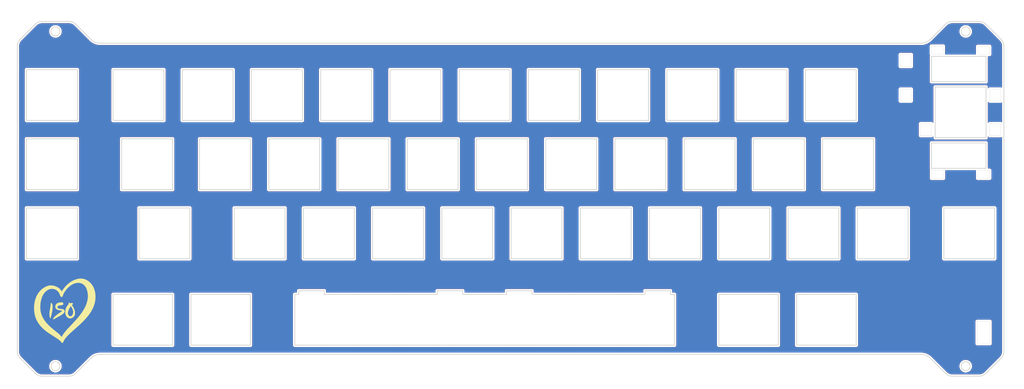
<source format=kicad_pcb>
(kicad_pcb (version 20240108) (generator "pcbnew") (generator_version "8.0")
  (layers (0 "F.Cu" signal) (31 "B.Cu" signal) (34 "B.Paste" user) (35 "F.Paste" user) (36 "B.SilkS" user "B.Silkscreen") (37 "F.SilkS" user "F.Silkscreen") (38 "B.Mask" user) (39 "F.Mask" user) (44 "Edge.Cuts" user))
  (net 0 "")
  (net 1 "GND")
  (footprint "LOGO" (layer "F.Cu") (at 25.4 91.28125)
    (property "Reference" "G***" (hide yes))
    (property "Value" "LOGO" (hide yes))
    (fp_poly (pts (xy -3.321998 -2.255565) (xy -3.214908 -2.148676) (xy -3.115311 -1.998655) (xy -3.041405 -1.828518) (xy -3.036879 -1.813828) (xy -3.004793 -1.64043) (xy -2.986181 -1.398) (xy -2.980689 -1.110211) (xy -2.987962 -0.800732) (xy -3.007648 -0.493235) (xy -3.039393 -0.211389) (xy -3.062939 -0.070295) (xy -3.104633 0.134326) (xy -3.158626 0.383656) (xy -3.220686 0.659778) (xy -3.286583 0.944776) (xy -3.352087 1.220734) (xy -3.412967 1.469737) (xy -3.464992 1.673867) (xy -3.503932 1.815208) (xy -3.519408 1.862823) (xy -3.564915 1.944035) (xy -3.599563 1.968266) (xy -3.64849 1.931192) (xy -3.692339 1.862823) (xy -3.798058 1.573219) (xy -3.858126 1.215608) (xy -3.872523 0.787098) (xy -3.841228 0.284801) (xy -3.76422 -0.294172) (xy -3.673237 -0.796679) (xy -3.623204 -1.076306) (xy -3.578394 -1.377132) (xy -3.544406 -1.658693) (xy -3.528981 -1.839391) (xy -3.513952 -2.051881) (xy -3.497479 -2.187192) (xy -3.475565 -2.261839) (xy -3.444213 -2.292333) (xy -3.418384 -2.29631)) (fill solid) (layer "F.SilkS"))
    (fp_poly (pts (xy -0.356906 -2.430597) (xy -0.236412 -2.402638) (xy -0.156511 -2.346936) (xy -0.099729 -2.258076) (xy -0.076334 -2.20401) (xy -0.02759 -2.012482) (xy -0.054278 -1.862282) (xy -0.159772 -1.750154) (xy -0.347444 -1.672844) (xy -0.620666 -1.627096) (xy -0.67952 -1.621937) (xy -1.026655 -1.582574) (xy -1.288703 -1.523133) (xy -1.472868 -1.439884) (xy -1.586354 -1.329101) (xy -1.636363 -1.187055) (xy -1.640221 -1.124723) (xy -1.618079 -0.981492) (xy -1.545838 -0.867014) (xy -1.414776 -0.777016) (xy -1.216169 -0.707222) (xy -0.941294 -0.65336) (xy -0.594756 -0.612404) (xy -0.278454 -0.569288) (xy -0.04263 -0.503294) (xy 0.124659 -0.407123) (xy 0.235359 -0.27348) (xy 0.301414 -0.095068) (xy 0.30895 -0.060324) (xy 0.305851 0.159047) (xy 0.213394 0.385646) (xy 0.034746 0.611746) (xy 0.032439 0.614075) (xy -0.13877 0.764835) (xy -0.371197 0.939139) (xy -0.641077 1.120998) (xy -0.924647 1.294422) (xy -1.198142 1.443422) (xy -1.20627 1.447512) (xy -1.355764 1.52562) (xy -1.5618 1.637495) (xy -1.799958 1.769681) (xy -2.045819 1.908724) (xy -2.109622 1.945275) (xy -2.326276 2.068047) (xy -2.515575 2.172087) (xy -2.662113 2.249176) (xy -2.75048 2.291095) (xy -2.767645 2.29631) (xy -2.823472 2.258854) (xy -2.842047 2.225173) (xy -2.842782 2.097077) (xy -2.766978 1.92997) (xy -2.620383 1.729717) (xy -2.408745 1.50218) (xy -2.137811 1.253222) (xy -1.81333 0.988707) (xy -1.44105 0.714498) (xy -1.198503 0.548672) (xy -0.957214 0.386116) (xy -0.74368 0.238427) (xy -0.569942 0.114248) (xy -0.448043 0.022224) (xy -0.390024 -0.029003) (xy -0.387077 -0.033786) (xy -0.407325 -0.075573) (xy -0.500099 -0.117838) (xy -0.671327 -0.162283) (xy -0.92694 -0.210611) (xy -1.101291 -0.238789) (xy -1.378194 -0.289353) (xy -1.587286 -0.348853) (xy -1.754475 -0.427428) (xy -1.90567 -0.53522) (xy -1.945483 -0.569218) (xy -2.11438 -0.747651) (xy -2.209946 -0.935274) (xy -2.2467 -1.164776) (xy -2.248417 -1.25127) (xy -2.206008 -1.568248) (xy -2.083435 -1.839734) (xy -1.883825 -2.063209) (xy -1.610307 -2.236157) (xy -1.266008 -2.356062) (xy -0.854059 -2.420407) (xy -0.789573 -2.424934) (xy -0.535468 -2.436225)) (fill solid) (layer "F.SilkS"))
    (fp_poly (pts (xy 1.611045 -2.318826) (xy 1.740821 -2.259462) (xy 1.753232 -2.25201) (xy 1.886059 -2.192711) (xy 1.969649 -2.204429) (xy 2.075086 -2.236219) (xy 2.229729 -2.247286) (xy 2.391434 -2.237892) (xy 2.51806 -2.208297) (xy 2.533709 -2.200934) (xy 2.608566 -2.127598) (xy 2.608137 -2.021927) (xy 2.531392 -1.875349) (xy 2.487283 -1.814078) (xy 2.352818 -1.636459) (xy 2.531161 -1.368875) (xy 2.792902 -0.942519) (xy 2.982716 -0.550937) (xy 3.106437 -0.176577) (xy 3.169899 0.19811) (xy 3.179317 0.580793) (xy 3.167832 0.810612) (xy 3.149776 0.973605) (xy 3.119516 1.096671) (xy 3.071421 1.206706) (xy 3.034377 1.273039) (xy 2.856157 1.514713) (xy 2.631988 1.725377) (xy 2.388613 1.882572) (xy 2.234097 1.945051) (xy 1.944758 2.003825) (xy 1.671194 1.994576) (xy 1.437309 1.939061) (xy 1.18908 1.816591) (xy 0.961605 1.615736) (xy 0.765791 1.351317) (xy 0.612543 1.038156) (xy 0.512767 0.691075) (xy 0.510569 0.679521) (xy 0.487449 0.440423) (xy 1.221758 0.440423) (xy 1.227241 0.557383) (xy 1.256798 0.700584) (xy 1.278374 0.785943) (xy 1.380371 1.066374) (xy 1.520859 1.26214) (xy 1.701237 1.374649) (xy 1.893687 1.405904) (xy 2.080351 1.381742) (xy 2.22789 1.299576) (xy 2.236293 1.292622) (xy 2.429407 1.072208) (xy 2.568003 0.792651) (xy 2.647109 0.474367) (xy 2.661756 0.137774) (xy 2.606971 -0.19671) (xy 2.60263 -0.211948) (xy 2.534653 -0.411897) (xy 2.445418 -0.626978) (xy 2.344328 -0.839512) (xy 2.240789 -1.031818) (xy 2.144202 -1.186216) (xy 2.063971 -1.285027) (xy 2.017443 -1.312177) (xy 1.970554 -1.273934) (xy 1.892059 -1.172023) (xy 1.794095 -1.02567) (xy 1.688799 -0.854099) (xy 1.588307 -0.676537) (xy 1.504756 -0.512207) (xy 1.484927 -0.468634) (xy 1.413196 -0.284431) (xy 1.338822 -0.060673) (xy 1.284455 0.129854) (xy 1.24071 0.310861) (xy 1.221758 0.440423) (xy 0.487449 0.440423) (xy 0.477547 0.33802) (xy 0.491781 -0.042795) (xy 0.549894 -0.423361) (xy 0.629218 -0.711224) (xy 0.743831 -0.979582) (xy 0.900741 -1.264392) (xy 1.079507 -1.53277) (xy 1.259691 -1.751828) (xy 1.303178 -1.795622) (xy 1.389714 -1.891919) (xy 1.423216 -1.984696) (xy 1.418901 -2.119293) (xy 1.417154 -2.135223) (xy 1.40699 -2.263623) (xy 1.421531 -2.324371) (xy 1.470661 -2.342366) (xy 1.499721 -2.343173)) (fill solid) (layer "F.SilkS"))
  )
  (footprint "LOGO" (layer "F.Cu") (at 25.745707 91.303474)
    (property "Reference" "G***" (hide yes))
    (property "Value" "LOGO" (hide yes))
    (fp_poly (pts (xy 4.450564 -9.002772) (xy 4.638 -8.995406) (xy 4.818266 -8.982115) (xy 4.980569 -8.963339) (xy 5.114112 -8.93952) (xy 5.12492 -8.937009) (xy 5.513874 -8.824013) (xy 5.883634 -8.674992) (xy 6.234103 -8.490015) (xy 6.565182 -8.269152) (xy 6.876776 -8.012472) (xy 7.168786 -7.720046) (xy 7.441116 -7.391943) (xy 7.611751 -7.153327) (xy 7.673682 -7.0544) (xy 7.745883 -6.927682) (xy 7.823211 -6.783199) (xy 7.900521 -6.630977) (xy 7.97267 -6.481041) (xy 8.034516 -6.343417) (xy 8.064783 -6.270303) (xy 8.206147 -5.862967) (xy 8.317846 -5.431819) (xy 8.399516 -4.981488) (xy 8.450792 -4.516604) (xy 8.471313 -4.041797) (xy 8.460714 -3.561696) (xy 8.418631 -3.080932) (xy 8.350298 -2.633922) (xy 8.26622 -2.252774) (xy 8.153521 -1.855433) (xy 8.015491 -1.451185) (xy 7.855421 -1.04932) (xy 7.676598 -0.659125) (xy 7.590998 -0.490032) (xy 7.378333 -0.103026) (xy 7.146456 0.279475) (xy 6.893151 0.660309) (xy 6.6162 1.042311) (xy 6.313388 1.428319) (xy 5.982498 1.821169) (xy 5.621314 2.223697) (xy 5.22762 2.63874) (xy 4.84615 3.022872) (xy 4.712134 3.154734) (xy 4.583469 3.280211) (xy 4.457004 3.402208) (xy 4.329587 3.523631) (xy 4.198065 3.647386) (xy 4.059286 3.776379) (xy 3.910098 3.913518) (xy 3.747347 4.061706) (xy 3.567883 4.223852) (xy 3.368553 4.40286) (xy 3.146205 4.601638) (xy 2.897685 4.82309) (xy 2.776849 4.930582) (xy 2.476623 5.198168) (xy 2.205217 5.441478) (xy 1.960342 5.662684) (xy 1.739705 5.863961) (xy 1.541015 6.047482) (xy 1.361981 6.21542) (xy 1.200311 6.369948) (xy 1.053714 6.51324) (xy 0.919898 6.647469) (xy 0.796573 6.774808) (xy 0.681446 6.897431) (xy 0.572226 7.017511) (xy 0.548399 7.044213) (xy 0.332231 7.295846) (xy 0.146495 7.531391) (xy -0.012759 7.756786) (xy -0.149482 7.977975) (xy -0.267626 8.200898) (xy -0.36618 8.419518) (xy -0.411191 8.523682) (xy -0.447545 8.596761) (xy -0.479765 8.646324) (xy -0.512372 8.679938) (xy -0.529298 8.6925) (xy -0.584448 8.724485) (xy -0.632937 8.734956) (xy -0.69287 8.726122) (xy -0.72753 8.716689) (xy -0.75937 8.704047) (xy -0.793158 8.681887) (xy -0.833357 8.645725) (xy -0.884433 8.591078) (xy -0.950847 8.513462) (xy -1.037063 8.408394) (xy -1.048541 8.394236) (xy -1.133398 8.295934) (xy -1.231528 8.194938) (xy -1.345248 8.089522) (xy -1.476873 7.97796) (xy -1.628721 7.858526) (xy -1.803107 7.729496) (xy -2.002348 7.589143) (xy -2.228759 7.435742) (xy -2.484657 7.267567) (xy -2.772359 7.082893) (xy -3.011656 6.931733) (xy -3.367508 6.707045) (xy -3.68985 6.500947) (xy -3.980779 6.312035) (xy -4.242391 6.138902) (xy -4.476782 5.980143) (xy -4.686048 5.834353) (xy -4.872286 5.700127) (xy -5.037591 5.576059) (xy -5.063665 5.555951) (xy -5.520714 5.187112) (xy -5.938573 4.818298) (xy -6.318841 4.447539) (xy -6.663114 4.072865) (xy -6.972992 3.692307) (xy -7.250072 3.303895) (xy -7.495951 2.905661) (xy -7.712228 2.495634) (xy -7.9005 2.071845) (xy -7.910506 2.047021) (xy -8.052898 1.665738) (xy -8.170172 1.292168) (xy -8.264073 0.917892) (xy -8.336344 0.534488) (xy -8.38873 0.133534) (xy -8.422977 -0.29339) (xy -8.431829 -0.469614) (xy -8.439128 -1.02331) (xy -8.436764 -1.073959) (xy -6.717524 -1.073959) (xy -6.702079 -0.622484) (xy -6.65528 -0.18108) (xy -6.576431 0.251478) (xy -6.464835 0.676414) (xy -6.319797 1.094954) (xy -6.140619 1.508321) (xy -5.926606 1.917742) (xy -5.677062 2.32444) (xy -5.391289 2.72964) (xy -5.068593 3.134567) (xy -4.708276 3.540446) (xy -4.309642 3.948502) (xy -3.871996 4.35996) (xy -3.39464 4.776043) (xy -3.389389 4.780463) (xy -3.314595 4.842763) (xy -3.213312 4.926194) (xy -3.090929 5.026364) (xy -2.952836 5.138883) (xy -2.804422 5.25936) (xy -2.651076 5.383403) (xy -2.498189 5.506623) (xy -2.490997 5.512407) (xy -2.341039 5.633259) (xy -2.192754 5.753244) (xy -2.051083 5.868331) (xy -1.920963 5.97449) (xy -1.807336 6.067689) (xy -1.715141 6.143897) (xy -1.649318 6.199083) (xy -1.643649 6.20391) (xy -1.503309 6.327941) (xy -1.364616 6.458347) (xy -1.233235 6.589242) (xy -1.114833 6.714742) (xy -1.015075 6.828964) (xy -0.939628 6.926022) (xy -0.91881 6.956712) (xy -0.875419 7.021184) (xy -0.839661 7.068712) (xy -0.817397 7.091707) (xy -0.813877 7.092556) (xy -0.799517 7.069429) (xy -0.788171 7.035012) (xy -0.763691 6.964339) (xy -0.72057 6.867553) (xy -0.662864 6.752483) (xy -0.594631 6.626963) (xy -0.519931 6.498822) (xy -0.461929 6.405436) (xy -0.314051 6.186652) (xy -0.136578 5.945617) (xy 0.068005 5.685347) (xy 0.297213 5.408858) (xy 0.548559 5.119167) (xy 0.819557 4.819287) (xy 1.039574 4.583843) (xy 1.330649 4.27644) (xy 1.595715 3.995896) (xy 1.837111 3.739674) (xy 2.057173 3.505237) (xy 2.258238 3.290049) (xy 2.442643 3.091572) (xy 2.612727 2.90727) (xy 2.770826 2.734605) (xy 2.919277 2.571042) (xy 3.060418 2.414043) (xy 3.196586 2.261071) (xy 3.330118 2.109589) (xy 3.463352 1.957062) (xy 3.523116 1.888233) (xy 3.690835 1.690133) (xy 3.873416 1.466317) (xy 4.064023 1.225662) (xy 4.25582 0.977045) (xy 4.441968 0.729344) (xy 4.615633 0.491435) (xy 4.769977 0.272196) (xy 4.788617 0.245016) (xy 4.981131 -0.047997) (xy 5.17112 -0.358765) (xy 5.354038 -0.678881) (xy 5.525342 -0.999938) (xy 5.680488 -1.313527) (xy 5.814931 -1.611244) (xy 5.887327 -1.787818) (xy 6.063934 -2.288401) (xy 6.200349 -2.78514) (xy 6.296544 -3.277703) (xy 6.352494 -3.765758) (xy 6.368169 -4.248973) (xy 6.343544 -4.727014) (xy 6.278591 -5.199549) (xy 6.197107 -5.575237) (xy 6.089414 -5.937946) (xy 5.957598 -6.271629) (xy 5.802558 -6.575358) (xy 5.625192 -6.848206) (xy 5.4264 -7.089244) (xy 5.20708 -7.297544) (xy 4.96813 -7.47218) (xy 4.71045 -7.612222) (xy 4.434938 -7.716743) (xy 4.142492 -7.784815) (xy 4.043301 -7.799015) (xy 3.714799 -7.818632) (xy 3.382058 -7.798568) (xy 3.046548 -7.739579) (xy 2.709739 -7.642419) (xy 2.3731 -7.507843) (xy 2.038101 -7.336605) (xy 1.706211 -7.129461) (xy 1.378901 -6.887164) (xy 1.057639 -6.61047) (xy 0.743896 -6.300133) (xy 0.439141 -5.956909) (xy 0.426439 -5.94164) (xy 0.271353 -5.745827) (xy 0.12226 -5.540551) (xy -0.017456 -5.331523) (xy -0.14441 -5.124454) (xy -0.255217 -4.925056) (xy -0.346492 -4.739039) (xy -0.414852 -4.572116) (xy -0.448358 -4.465525) (xy -0.473095 -4.375666) (xy -0.498585 -4.290135) (xy -0.519989 -4.225051) (xy -0.523198 -4.216318) (xy -0.586835 -4.086881) (xy -0.664135 -3.994636) (xy -0.752254 -3.940202) (xy -0.84835 -3.924194) (xy -0.949581 -3.94723) (xy -1.053105 -4.009928) (xy -1.131365 -4.08426) (xy -1.178313 -4.144978) (xy -1.227136 -4.222154) (xy -1.271892 -4.304522) (xy -1.306638 -4.380818) (xy -1.325431 -4.439778) (xy -1.327154 -4.455397) (xy -1.335527 -4.502599) (xy -1.358169 -4.577181) (xy -1.391409 -4.669839) (xy -1.431577 -4.771269) (xy -1.475001 -4.872167) (xy -1.518011 -4.963229) (xy -1.553871 -5.030002) (xy -1.721488 -5.277215) (xy -1.916953 -5.499075) (xy -2.136428 -5.692219) (xy -2.376074 -5.853286) (xy -2.632054 -5.978912) (xy -2.641225 -5.982611) (xy -2.940034 -6.081931) (xy -3.238312 -6.140684) (xy -3.53502 -6.158906) (xy -3.829116 -6.136635) (xy -4.11956 -6.073907) (xy -4.40531 -5.970759) (xy -4.522588 -5.915936) (xy -4.804141 -5.753204) (xy -5.073196 -5.553432) (xy -5.327533 -5.319098) (xy -5.564931 -5.052683) (xy -5.783171 -4.756668) (xy -5.980032 -4.433532) (xy -6.145578 -4.102913) (xy -6.308197 -3.698939) (xy -6.444336 -3.265853) (xy -6.553551 -2.806002) (xy -6.635398 -2.321731) (xy -6.689436 -1.815387) (xy -6.71522 -1.289317) (xy -6.717524 -1.073959) (xy -8.436764 -1.073959) (xy -8.413801 -1.565876) (xy -8.356406 -2.095008) (xy -8.267501 -2.608401) (xy -8.147642 -3.103748) (xy -7.997389 -3.578746) (xy -7.817299 -4.03109) (xy -7.607929 -4.458473) (xy -7.369861 -4.858555) (xy -7.106372 -5.228391) (xy -6.817599 -5.572087) (xy -6.50601 -5.887821) (xy -6.174076 -6.173768) (xy -5.824264 -6.428104) (xy -5.459042 -6.649004) (xy -5.08088 -6.834646) (xy -4.692246 -6.983204) (xy -4.369453 -7.075592) (xy -4.21884 -7.102216) (xy -4.038553 -7.117634) (xy -3.838137 -7.122021) (xy -3.627136 -7.115552) (xy -3.415095 -7.098402) (xy -3.211558 -7.070746) (xy -3.113746 -7.052579) (xy -2.856244 -6.98716) (xy -2.584593 -6.895493) (xy -2.310846 -6.782655) (xy -2.047052 -6.653721) (xy -1.805262 -6.513768) (xy -1.750955 -6.478512) (xy -1.604936 -6.372832) (xy -1.456662 -6.250021) (xy -1.311984 -6.116183) (xy -1.176751 -5.977424) (xy -1.056813 -5.83985) (xy -0.95802 -5.709567) (xy -0.886222 -5.59268) (xy -0.869769 -5.558802) (xy -0.844165 -5.50749) (xy -0.823532 -5.47635) (xy -0.817379 -5.472025) (xy -0.800514 -5.488315) (xy -0.772762 -5.52978) (xy -0.755976 -5.558802) (xy -0.713222 -5.630739) (xy -0.651153 -5.727764) (xy -0.574988 -5.842317) (xy -0.489943 -5.966839) (xy -0.401237 -6.093772) (xy -0.314086 -6.215555) (xy -0.233709 -6.324632) (xy -0.171033 -6.406245) (xy 0.164638 -6.804757) (xy 0.51828 -7.174753) (xy 0.887823 -7.514938) (xy 1.271197 -7.824017) (xy 1.666332 -8.100696) (xy 2.071157 -8.343681) (xy 2.483601 -8.551678) (xy 2.901595 -8.723391) (xy 3.323068 -8.857526) (xy 3.74595 -8.952788) (xy 3.953189 -8.984903) (xy 4.097363 -8.997962) (xy 4.266753 -9.003771)) (fill solid) (layer "F.SilkS"))
  )
  (gr_line (start 229.5375 24.75) (end 229.5375 38.75) (stroke (width 0.2)) (layer "Edge.Cuts"))
  (gr_line (start 162.575 62.85) (end 148.575 62.85) (stroke (width 0.2)) (layer "Edge.Cuts"))
  (gr_rect (start 276.812167 94.129669) (end 280.351875 100.223673) (stroke (width 0.05)) (fill none) (layer "Edge.Cuts"))
  (gr_line (start 81.9 57.8) (end 95.9 57.8) (stroke (width 0.2)) (layer "Edge.Cuts"))
  (gr_line (start 243.825 76.85) (end 257.825 76.85) (stroke (width 0.2)) (layer "Edge.Cuts"))
  (gr_line (start 215.25 57.8) (end 229.25 57.8) (stroke (width 0.2)) (layer "Edge.Cuts"))
  (gr_line (start 29.225 76.85) (end 15.225 76.85) (stroke (width 0.2)) (layer "Edge.Cuts"))
  (gr_line (start 29.225 62.85) (end 15.225 62.85) (stroke (width 0.2)) (layer "Edge.Cuts"))
  (gr_line (start 208.10625 100.6625) (end 219.725 100.6625) (stroke (width 0.2)) (layer "Edge.Cuts"))
  (gr_line (start 29.225 43.8) (end 15.225 43.8) (stroke (width 0.2)) (layer "Edge.Cuts"))
  (gr_line (start 179.53125 86.6625) (end 164.95625 86.6625) (stroke (width 0.2)) (layer "Edge.Cuts"))
  (gr_line (start 284.1625 102.37237) (end 284.1625 18.277628) (stroke (width 0.2)) (layer "Edge.Cuts"))
  (gr_line (start 205.725 86.6625) (end 205.725 100.6625) (stroke (width 0.2)) (layer "Edge.Cuts"))
  (gr_line (start 128.2625 85.6625) (end 128.2625 86.6625) (stroke (width 0.2)) (layer "Edge.Cuts"))
  (gr_line (start 60.18125 62.85) (end 46.18125 62.85) (stroke (width 0.2)) (layer "Edge.Cuts"))
  (gr_line (start 105.7125 100.6625) (end 117.61875 100.6625) (stroke (width 0.2)) (layer "Edge.Cuts"))
  (gr_line (start 172.3875 38.75) (end 186.3875 38.75) (stroke (width 0.2)) (layer "Edge.Cuts"))
  (gr_line (start 205.725 76.85) (end 219.725 76.85) (stroke (width 0.2)) (layer "Edge.Cuts"))
  (gr_line (start 55.41875 100.6625) (end 55.41875 86.6625) (stroke (width 0.2)) (layer "Edge.Cuts"))
  (gr_line (start 154.3125 85.6625) (end 147.3125 85.6625) (stroke (width 0.2)) (layer "Edge.Cuts"))
  (gr_line (start 76.85 57.8) (end 76.85 43.8) (stroke (width 0.2)) (layer "Edge.Cuts"))
  (gr_line (start 90.1625 85.6625) (end 90.1625 86.6625) (stroke (width 0.2)) (layer "Edge.Cuts"))
  (gr_line (start 39.0375 24.75) (end 39.0375 38.75) (stroke (width 0.2)) (layer "Edge.Cuts"))
  (gr_line (start 257.825 62.85) (end 243.825 62.85) (stroke (width 0.2)) (layer "Edge.Cuts"))
  (gr_line (start 147.3125 86.6625) (end 135.2625 86.6625) (stroke (width 0.2)) (layer "Edge.Cuts"))
  (gr_line (start 60.46875 100.6625) (end 62.85 100.6625) (stroke (width 0.2)) (layer "Edge.Cuts"))
  (gr_line (start 81.9 43.8) (end 81.9 57.8) (stroke (width 0.2)) (layer "Edge.Cuts"))
  (gr_line (start 153.05 57.8) (end 153.05 43.8) (stroke (width 0.2)) (layer "Edge.Cuts"))
  (gr_circle (center 23.200128 106.4375) (end 24.450128 106.4375) (stroke (width 0.2)) (fill none) (layer "Edge.Cuts"))
  (gr_line (start 281.6375 62.85) (end 267.6375 62.85) (stroke (width 0.2)) (layer "Edge.Cuts"))
  (gr_line (start 147.3125 100.6625) (end 150.95625 100.6625) (stroke (width 0.2)) (layer "Edge.Cuts"))
  (gr_line (start 19.515128 11.4625) (end 26.884872 11.4625) (stroke (width 0.2)) (layer "Edge.Cuts"))
  (gr_line (start 148.575 62.85) (end 148.575 76.85) (stroke (width 0.2)) (layer "Edge.Cuts"))
  (gr_line (start 243.5375 38.75) (end 243.5375 24.75) (stroke (width 0.2)) (layer "Edge.Cuts"))
  (gr_arc (start 28.776383 108.404011) (mid 27.90855 108.983877) (end 26.884872 109.1875) (stroke (width 0.2)) (layer "Edge.Cuts"))
  (gr_line (start 205.725 100.6625) (end 208.10625 100.6625) (stroke (width 0.2)) (layer "Edge.Cuts"))
  (gr_line (start 162.8625 100.6625) (end 164.95625 100.6625) (stroke (width 0.2)) (layer "Edge.Cuts"))
  (gr_line (start 134 57.8) (end 134 43.8) (stroke (width 0.2)) (layer "Edge.Cuts"))
  (gr_line (start 86.375 76.85) (end 86.375 62.85) (stroke (width 0.2)) (layer "Edge.Cuts"))
  (gr_rect (start 276.968179 52.470966) (end 280.244319 54.685286) (stroke (width 0.05)) (fill none) (layer "Edge.Cuts"))
  (gr_line (start 77.1375 38.75) (end 91.1375 38.75) (stroke (width 0.2)) (layer "Edge.Cuts"))
  (gr_line (start 110.475 62.85) (end 110.475 76.85) (stroke (width 0.2)) (layer "Edge.Cuts"))
  (gr_line (start 100.95 43.8) (end 100.95 57.8) (stroke (width 0.2)) (layer "Edge.Cuts"))
  (gr_line (start 32.948624 104.232162) (end 32.948539 104.231855) (stroke (width 0.2)) (layer "Edge.Cuts"))
  (gr_line (start 243.5375 100.6625) (end 243.5375 86.6625) (stroke (width 0.2)) (layer "Edge.Cuts"))
  (gr_rect (start 255.670964 20.586929) (end 258.679034 23.863069) (stroke (width 0.05)) (fill none) (layer "Edge.Cuts"))
  (gr_line (start 241.15625 86.6625) (end 229.5375 86.6625) (stroke (width 0.2)) (layer "Edge.Cuts"))
  (gr_line (start 95.9 43.8) (end 81.9 43.8) (stroke (width 0.2)) (layer "Edge.Cuts"))
  (gr_line (start 279.25625 29.5125) (end 265.25625 29.5125) (stroke (width 0.2)) (layer "Edge.Cuts"))
  (gr_line (start 234.3 43.8) (end 234.3 57.8) (stroke (width 0.2)) (layer "Edge.Cuts"))
  (gr_line (start 124.475 62.85) (end 110.475 62.85) (stroke (width 0.2)) (layer "Edge.Cuts"))
  (gr_line (start 62.85 57.8) (end 76.85 57.8) (stroke (width 0.2)) (layer "Edge.Cuts"))
  (gr_line (start 39.0375 100.6625) (end 41.41875 100.6625) (stroke (width 0.2)) (layer "Edge.Cuts"))
  (gr_rect (start 276.96818 18.335679) (end 280.24432 20.549999) (stroke (width 0.05)) (fill none) (layer "Edge.Cuts"))
  (gr_arc (start 17.623617 12.245989) (mid 18.49145 11.666122) (end 19.515128 11.4625) (stroke (width 0.2)) (layer "Edge.Cuts"))
  (gr_line (start 219.725 76.85) (end 219.725 62.85) (stroke (width 0.2)) (layer "Edge.Cuts"))
  (gr_line (start 205.4375 38.75) (end 205.4375 24.75) (stroke (width 0.2)) (layer "Edge.Cuts"))
  (gr_line (start 91.1375 38.75) (end 91.1375 24.75) (stroke (width 0.2)) (layer "Edge.Cuts"))
  (gr_line (start 15.225 38.75) (end 29.225 38.75) (stroke (width 0.2)) (layer "Edge.Cuts"))
  (gr_line (start 119.7125 100.6625) (end 128.2625 100.6625) (stroke (width 0.2)) (layer "Edge.Cuts"))
  (gr_line (start 72.375 62.85) (end 72.375 76.85) (stroke (width 0.2)) (layer "Edge.Cuts"))
  (gr_line (start 115.2375 38.75) (end 129.2375 38.75) (stroke (width 0.2)) (layer "Edge.Cuts"))
  (gr_line (start 248.3 57.8) (end 248.3 43.8) (stroke (width 0.2)) (layer "Edge.Cuts"))
  (gr_line (start 229.25 43.8) (end 215.25 43.8) (stroke (width 0.2)) (layer "Edge.Cuts"))
  (gr_line (start 164.95625 86.6625) (end 162.8625 86.6625) (stroke (width 0.2)) (layer "Edge.Cuts"))
  (gr_line (start 210.2 43.8) (end 196.2 43.8) (stroke (width 0.2)) (layer "Edge.Cuts"))
  (gr_line (start 229.5375 38.75) (end 243.5375 38.75) (stroke (width 0.2)) (layer "Edge.Cuts"))
  (gr_line (start 172.1 57.8) (end 172.1 43.8) (stroke (width 0.2)) (layer "Edge.Cuts"))
  (gr_line (start 243.5375 86.6625) (end 241.15625 86.6625) (stroke (width 0.2)) (layer "Edge.Cuts"))
  (gr_line (start 185.4125 100.6625) (end 192.4125 100.6625) (stroke (width 0.2)) (layer "Edge.Cuts"))
  (gr_line (start 72.0875 24.75) (end 58.0875 24.75) (stroke (width 0.2)) (layer "Edge.Cuts"))
  (gr_line (start 264.25625 28.0745) (end 279.25625 28.0745) (stroke (width 0.2)) (layer "Edge.Cuts"))
  (gr_line (start 264.25625 44.9505) (end 264.25625 51.9505) (stroke (width 0.2)) (layer "Edge.Cuts"))
  (gr_line (start 243.5375 24.75) (end 229.5375 24.75) (stroke (width 0.2)) (layer "Edge.Cuts"))
  (gr_line (start 200.675 62.85) (end 186.675 62.85) (stroke (width 0.2)) (layer "Edge.Cuts"))
  (gr_line (start 268.086116 108.40401) (end 263.945989 104.263883) (stroke (width 0.2)) (layer "Edge.Cuts"))
  (gr_line (start 53.0375 38.75) (end 53.0375 24.75) (stroke (width 0.2)) (layer "Edge.Cuts"))
  (gr_line (start 191.15 57.8) (end 191.15 43.8) (stroke (width 0.2)) (layer "Edge.Cuts"))
  (gr_line (start 135.2625 85.6625) (end 135.2625 86.6625) (stroke (width 0.2)) (layer "Edge.Cuts"))
  (gr_line (start 100.95 57.8) (end 114.95 57.8) (stroke (width 0.2)) (layer "Edge.Cuts"))
  (gr_line (start 29.225 57.8) (end 29.225 43.8) (stroke (width 0.2)) (layer "Edge.Cuts"))
  (gr_line (start 86.375 62.85) (end 72.375 62.85) (stroke (width 0.2)) (layer "Edge.Cuts"))
  (gr_line (start 35.515127 103.1875) (end 261.34737 103.1875) (stroke (width 0.2)) (layer "Edge.Cuts"))
  (gr_circle (center 23.199872 14.2125) (end 24.449872 14.2125) (stroke (width 0.2)) (fill none) (layer "Edge.Cuts"))
  (gr_line (start 17.623616 108.40401) (end 13.483489 104.263883) (stroke (width 0.2)) (layer "Edge.Cuts"))
  (gr_line (start 29.225 24.75) (end 15.225 24.75) (stroke (width 0.2)) (layer "Edge.Cuts"))
  (gr_line (start 53.0375 86.6625) (end 41.41875 86.6625) (stroke (width 0.2)) (layer "Edge.Cuts"))
  (gr_line (start 191.15 43.8) (end 177.15 43.8) (stroke (width 0.2)) (layer "Edge.Cuts"))
  (gr_line (start 265.25625 43.5125) (end 279.25625 43.5125) (stroke (width 0.2)) (layer "Edge.Cuts"))
  (gr_line (start 15.225 43.8) (end 15.225 57.8) (stroke (width 0.2)) (layer "Edge.Cuts"))
  (gr_line (start 238.775 76.85) (end 238.775 62.85) (stroke (width 0.2)) (layer "Edge.Cuts"))
  (gr_line (start 191.4375 38.75) (end 205.4375 38.75) (stroke (width 0.2)) (layer "Edge.Cuts"))
  (gr_line (start 13.48349 16.386116) (end 17.623617 12.245989) (stroke (width 0.2)) (layer "Edge.Cuts"))
  (gr_line (start 229.5375 100.6625) (end 241.15625 100.6625) (stroke (width 0.2)) (layer "Edge.Cuts"))
  (gr_rect (start 255.670964 30.111929) (end 258.679034 33.388069) (stroke (width 0.05)) (fill none) (layer "Edge.Cuts"))
  (gr_line (start 119.7125 86.6625) (end 117.61875 86.6625) (stroke (width 0.2)) (layer "Edge.Cuts"))
  (gr_line (start 129.525 76.85) (end 143.525 76.85) (stroke (width 0.2)) (layer "Edge.Cuts"))
  (gr_line (start 134.2875 38.75) (end 148.2875 38.75) (stroke (width 0.2)) (layer "Edge.Cuts"))
  (gr_line (start 172.3875 24.75) (end 172.3875 38.75) (stroke (width 0.2)) (layer "Edge.Cuts"))
  (gr_line (start 117.61875 100.6625) (end 119.7125 100.6625) (stroke (width 0.2)) (layer "Edge.Cuts"))
  (gr_line (start 26.884872 109.1875) (end 19.515128 109.1875) (stroke (width 0.2)) (layer "Edge.Cuts"))
  (gr_line (start 129.525 62.85) (end 129.525 76.85) (stroke (width 0.2)) (layer "Edge.Cuts"))
  (gr_line (start 76.85 100.6625) (end 76.85 86.6625) (stroke (width 0.2)) (layer "Edge.Cuts"))
  (gr_line (start 41.41875 57.8) (end 55.41875 57.8) (stroke (width 0.2)) (layer "Edge.Cuts"))
  (gr_line (start 167.625 76.85) (end 181.625 76.85) (stroke (width 0.2)) (layer "Edge.Cuts"))
  (gr_line (start 62.85 43.8) (end 62.85 57.8) (stroke (width 0.2)) (layer "Edge.Cuts"))
  (gr_line (start 193.53125 100.6625) (end 193.53125 86.6625) (stroke (width 0.2)) (layer "Edge.Cuts"))
  (gr_arc (start 35.51513 17.4625) (mid 34.108768 17.182757) (end 32.916511 16.386117) (stroke (width 0.2)) (layer "Edge.Cuts"))
  (gr_arc (start 283.378997 16.386103) (mid 283.958866 17.253944) (end 284.1625 18.277628) (stroke (width 0.2)) (layer "Edge.Cuts"))
  (gr_arc (start 12.7 18.277628) (mid 12.903622 17.253949) (end 13.48349 16.386116) (stroke (width 0.2)) (layer "Edge.Cuts"))
  (gr_line (start 153.05 43.8) (end 139.05 43.8) (stroke (width 0.2)) (layer "Edge.Cuts"))
  (gr_line (start 105.7125 86.6625) (end 97.1625 86.6625) (stroke (width 0.2)) (layer "Edge.Cuts"))
  (gr_line (start 185.4125 86.6625) (end 179.53125 86.6625) (stroke (width 0.2)) (layer "Edge.Cuts"))
  (gr_line (start 186.675 76.85) (end 200.675 76.85) (stroke (width 0.2)) (layer "Edge.Cuts"))
  (gr_line (start 177.15 57.8) (end 191.15 57.8) (stroke (width 0.2)) (layer "Edge.Cuts"))
  (gr_line (start 90.1625 100.6625) (end 97.1625 100.6625) (stroke (width 0.2)) (layer "Edge.Cuts"))
  (gr_line (start 110.1875 38.75) (end 110.1875 24.75) (stroke (width 0.2)) (layer "Edge.Cuts"))
  (gr_line (start 91.425 76.85) (end 105.425 76.85) (stroke (width 0.2)) (layer "Edge.Cuts"))
  (gr_line (start 193.53125 86.6625) (end 192.4125 86.6625) (stroke (width 0.2)) (layer "Edge.Cuts"))
  (gr_line (start 110.1875 24.75) (end 96.1875 24.75) (stroke (width 0.2)) (layer "Edge.Cuts"))
  (gr_line (start 60.18125 76.85) (end 60.18125 62.85) (stroke (width 0.2)) (layer "Edge.Cuts"))
  (gr_line (start 283.379007 104.263887) (end 279.238882 108.404012) (stroke (width 0.2)) (layer "Edge.Cuts"))
  (gr_line (start 219.725 86.6625) (end 208.10625 86.6625) (stroke (width 0.2)) (layer "Edge.Cuts"))
  (gr_line (start 279.25625 21.0745) (end 264.25625 21.0745) (stroke (width 0.2)) (layer "Edge.Cuts"))
  (gr_line (start 269.977628 11.4625) (end 277.34737 11.4625) (stroke (width 0.2)) (layer "Edge.Cuts"))
  (gr_line (start 243.825 62.85) (end 243.825 76.85) (stroke (width 0.2)) (layer "Edge.Cuts"))
  (gr_arc (start 19.515128 109.1875) (mid 18.491449 108.983878) (end 17.623616 108.40401) (stroke (width 0.2)) (layer "Edge.Cuts"))
  (gr_rect (start 280.277216 30.111931) (end 283.285286 33.388071) (stroke (width 0.05)) (fill none) (layer "Edge.Cuts"))
  (gr_line (start 205.725 62.85) (end 205.725 76.85) (stroke (width 0.2)) (layer "Edge.Cuts"))
  (gr_line (start 279.25625 28.0745) (end 279.25625 21.0745) (stroke (width 0.2)) (layer "Edge.Cuts"))
  (gr_line (start 76.85 43.8) (end 62.85 43.8) (stroke (width 0.2)) (layer "Edge.Cuts"))
  (gr_line (start 46.18125 76.85) (end 60.18125 76.85) (stroke (width 0.2)) (layer "Edge.Cuts"))
  (gr_rect (start 280.277216 39.636931) (end 283.285286 42.913071) (stroke (width 0.05)) (fill none) (layer "Edge.Cuts"))
  (gr_line (start 229.25 57.8) (end 229.25 43.8) (stroke (width 0.2)) (layer "Edge.Cuts"))
  (gr_line (start 224.775 76.85) (end 238.775 76.85) (stroke (width 0.2)) (layer "Edge.Cuts"))
  (gr_line (start 154.3125 86.6625) (end 154.3125 85.6625) (stroke (width 0.2)) (layer "Edge.Cuts"))
  (gr_line (start 41.41875 43.8) (end 41.41875 57.8) (stroke (width 0.2)) (layer "Edge.Cuts"))
  (gr_line (start 55.41875 43.8) (end 41.41875 43.8) (stroke (width 0.2)) (layer "Edge.Cuts"))
  (gr_line (start 41.41875 86.6625) (end 39.0375 86.6625) (stroke (width 0.2)) (layer "Edge.Cuts"))
  (gr_line (start 129.2375 38.75) (end 129.2375 24.75) (stroke (width 0.2)) (layer "Edge.Cuts"))
  (gr_line (start 58.0875 24.75) (end 58.0875 38.75) (stroke (width 0.2)) (layer "Edge.Cuts"))
  (gr_line (start 264.25625 51.9505) (end 279.25625 51.9505) (stroke (width 0.2)) (layer "Edge.Cuts"))
  (gr_line (start 248.3 43.8) (end 234.3 43.8) (stroke (width 0.2)) (layer "Edge.Cuts"))
  (gr_line (start 128.2625 100.6625) (end 131.61875 100.6625) (stroke (width 0.2)) (layer "Edge.Cuts"))
  (gr_line (start 181.625 62.85) (end 167.625 62.85) (stroke (width 0.2)) (layer "Edge.Cuts"))
  (gr_line (start 257.825 76.85) (end 257.825 62.85) (stroke (width 0.2)) (layer "Edge.Cuts"))
  (gr_line (start 186.3875 38.75) (end 186.3875 24.75) (stroke (width 0.2)) (layer "Edge.Cuts"))
  (gr_line (start 229.5375 86.6625) (end 227.15625 86.6625) (stroke (width 0.2)) (layer "Edge.Cuts"))
  (gr_line (start 148.2875 38.75) (end 148.2875 24.75) (stroke (width 0.2)) (layer "Edge.Cuts"))
  (gr_line (start 53.0375 100.6625) (end 55.41875 100.6625) (stroke (width 0.2)) (layer "Edge.Cuts"))
  (gr_line (start 192.4125 86.6625) (end 192.4125 85.6625) (stroke (width 0.2)) (layer "Edge.Cuts"))
  (gr_line (start 238.775 62.85) (end 224.775 62.85) (stroke (width 0.2)) (layer "Edge.Cuts"))
  (gr_line (start 210.4875 24.75) (end 210.4875 38.75) (stroke (width 0.2)) (layer "Edge.Cuts"))
  (gr_line (start 279.25625 43.5125) (end 279.25625 29.5125) (stroke (width 0.2)) (layer "Edge.Cuts"))
  (gr_line (start 124.475 76.85) (end 124.475 62.85) (stroke (width 0.2)) (layer "Edge.Cuts"))
  (gr_line (start 60.46875 86.6625) (end 60.46875 100.6625) (stroke (width 0.2)) (layer "Edge.Cuts"))
  (gr_line (start 128.2625 86.6625) (end 119.7125 86.6625) (stroke (width 0.2)) (layer "Edge.Cuts"))
  (gr_line (start 222.10625 100.6625) (end 222.10625 86.6625) (stroke (width 0.2)) (layer "Edge.Cuts"))
  (gr_line (start 196.2 57.8) (end 210.2 57.8) (stroke (width 0.2)) (layer "Edge.Cuts"))
  (gr_line (start 219.725 100.6625) (end 222.10625 100.6625) (stroke (width 0.2)) (layer "Edge.Cuts"))
  (gr_line (start 96.1875 38.75) (end 110.1875 38.75) (stroke (width 0.2)) (layer "Edge.Cuts"))
  (gr_line (start 97.1625 86.6625) (end 97.1625 85.6625) (stroke (width 0.2)) (layer "Edge.Cuts"))
  (gr_line (start 134 43.8) (end 120 43.8) (stroke (width 0.2)) (layer "Edge.Cuts"))
  (gr_line (start 39.0375 86.6625) (end 39.0375 100.6625) (stroke (width 0.2)) (layer "Edge.Cuts"))
  (gr_line (start 39.0375 38.75) (end 53.0375 38.75) (stroke (width 0.2)) (layer "Edge.Cuts"))
  (gr_line (start 105.425 62.85) (end 91.425 62.85) (stroke (width 0.2)) (layer "Edge.Cuts"))
  (gr_line (start 150.95625 100.6625) (end 154.3125 100.6625) (stroke (width 0.2)) (layer "Edge.Cuts"))
  (gr_circle (center 273.662372 14.2125) (end 274.912372 14.2125) (stroke (width 0.2)) (fill none) (layer "Edge.Cuts"))
  (gr_rect (start 261.227214 39.636929) (end 264.235284 42.913069) (stroke (width 0.05)) (fill none) (layer "Edge.Cuts"))
  (gr_line (start 76.85 86.6625) (end 74.46875 86.6625) (stroke (width 0.2)) (layer "Edge.Cuts"))
  (gr_line (start 114.95 43.8) (end 100.95 43.8) (stroke (width 0.2)) (layer "Edge.Cuts"))
  (gr_line (start 91.1375 24.75) (end 77.1375 24.75) (stroke (width 0.2)) (layer "Edge.Cuts"))
  (gr_line (start 279.25625 51.9505) (end 279.25625 44.9505) (stroke (width 0.2)) (layer "Edge.Cuts"))
  (gr_line (start 58.0875 38.75) (end 72.0875 38.75) (stroke (width 0.2)) (layer "Edge.Cuts"))
  (gr_line (start 281.6375 76.85) (end 281.6375 62.85) (stroke (width 0.2)) (layer "Edge.Cuts"))
  (gr_line (start 139.05 57.8) (end 153.05 57.8) (stroke (width 0.2)) (layer "Edge.Cuts"))
  (gr_line (start 135.2625 85.6625) (end 128.2625 85.6625) (stroke (width 0.2)) (layer "Edge.Cuts"))
  (gr_line (start 224.4875 24.75) (end 210.4875 24.75) (stroke (width 0.2)) (layer "Edge.Cuts"))
  (gr_line (start 53.0375 24.75) (end 39.0375 24.75) (stroke (width 0.2)) (layer "Edge.Cuts"))
  (gr_line (start 261.347372 17.4625) (end 35.51513 17.4625) (stroke (width 0.2)) (layer "Edge.Cuts"))
  (gr_line (start 279.238887 12.245993) (end 283.378997 16.386103) (stroke (width 0.2)) (layer "Edge.Cuts"))
  (gr_line (start 97.1625 85.6625) (end 90.1625 85.6625) (stroke (width 0.2)) (layer "Edge.Cuts"))
  (gr_line (start 267.6375 76.85) (end 281.6375 76.85) (stroke (width 0.2)) (layer "Edge.Cuts"))
  (gr_line (start 105.425 76.85) (end 105.425 62.85) (stroke (width 0.2)) (layer "Edge.Cuts"))
  (gr_arc (start 268.086117 12.245989) (mid 268.95395 11.666122) (end 269.977628 11.4625) (stroke (width 0.2)) (layer "Edge.Cuts"))
  (gr_line (start 96.1875 24.75) (end 96.1875 38.75) (stroke (width 0.2)) (layer "Edge.Cuts"))
  (gr_line (start 158.1 57.8) (end 172.1 57.8) (stroke (width 0.2)) (layer "Edge.Cuts"))
  (gr_line (start 265.25625 29.5125) (end 265.25625 43.5125) (stroke (width 0.2)) (layer "Edge.Cuts"))
  (gr_rect (start 264.21761 18.25625) (end 267.49375 20.47057) (stroke (width 0.05)) (fill none) (layer "Edge.Cuts"))
  (gr_line (start 167.3375 24.75) (end 153.3375 24.75) (stroke (width 0.2)) (layer "Edge.Cuts"))
  (gr_line (start 222.10625 86.6625) (end 219.725 86.6625) (stroke (width 0.2)) (layer "Edge.Cuts"))
  (gr_line (start 72.0875 38.75) (end 72.0875 24.75) (stroke (width 0.2)) (layer "Edge.Cuts"))
  (gr_line (start 215.25 43.8) (end 215.25 57.8) (stroke (width 0.2)) (layer "Edge.Cuts"))
  (gr_line (start 15.225 24.75) (end 15.225 38.75) (stroke (width 0.2)) (layer "Edge.Cuts"))
  (gr_line (start 219.725 62.85) (end 205.725 62.85) (stroke (width 0.2)) (layer "Edge.Cuts"))
  (gr_line (start 158.1 43.8) (end 158.1 57.8) (stroke (width 0.2)) (layer "Edge.Cuts"))
  (gr_line (start 46.18125 62.85) (end 46.18125 76.85) (stroke (width 0.2)) (layer "Edge.Cuts"))
  (gr_line (start 192.4125 100.6625) (end 193.53125 100.6625) (stroke (width 0.2)) (layer "Edge.Cuts"))
  (gr_line (start 139.05 43.8) (end 139.05 57.8) (stroke (width 0.2)) (layer "Edge.Cuts"))
  (gr_line (start 186.675 62.85) (end 186.675 76.85) (stroke (width 0.2)) (layer "Edge.Cuts"))
  (gr_line (start 200.675 76.85) (end 200.675 62.85) (stroke (width 0.2)) (layer "Edge.Cuts"))
  (gr_line (start 234.3 57.8) (end 248.3 57.8) (stroke (width 0.2)) (layer "Edge.Cuts"))
  (gr_line (start 185.4125 85.6625) (end 185.4125 86.6625) (stroke (width 0.2)) (layer "Edge.Cuts"))
  (gr_line (start 179.53125 100.6625) (end 185.4125 100.6625) (stroke (width 0.2)) (layer "Edge.Cuts"))
  (gr_line (start 191.4375 24.75) (end 191.4375 38.75) (stroke (width 0.2)) (layer "Edge.Cuts"))
  (gr_line (start 55.41875 86.6625) (end 53.0375 86.6625) (stroke (width 0.2)) (layer "Edge.Cuts"))
  (gr_line (start 210.2 57.8) (end 210.2 43.8) (stroke (width 0.2)) (layer "Edge.Cuts"))
  (gr_line (start 177.15 43.8) (end 177.15 57.8) (stroke (width 0.2)) (layer "Edge.Cuts"))
  (gr_line (start 181.625 76.85) (end 181.625 62.85) (stroke (width 0.2)) (layer "Edge.Cuts"))
  (gr_line (start 134.2875 24.75) (end 134.2875 38.75) (stroke (width 0.2)) (layer "Edge.Cuts"))
  (gr_arc (start 277.34737 11.4625) (mid 278.371052 11.666123) (end 279.238887 12.245993) (stroke (width 0.2)) (layer "Edge.Cuts"))
  (gr_line (start 90.1625 86.6625) (end 89.04375 86.6625) (stroke (width 0.2)) (layer "Edge.Cuts"))
  (gr_line (start 12.7 102.372372) (end 12.7 18.277628) (stroke (width 0.2)) (layer "Edge.Cuts"))
  (gr_line (start 267.6375 62.85) (end 267.6375 76.85) (stroke (width 0.2)) (layer "Edge.Cuts"))
  (gr_line (start 167.3375 38.75) (end 167.3375 24.75) (stroke (width 0.2)) (layer "Edge.Cuts"))
  (gr_line (start 147.3125 86.6625) (end 147.3125 85.6625) (stroke (width 0.2)) (layer "Edge.Cuts"))
  (gr_line (start 227.15625 100.6625) (end 229.5375 100.6625) (stroke (width 0.2)) (layer "Edge.Cuts"))
  (gr_arc (start 26.884872 11.4625) (mid 27.908551 11.666122) (end 28.776384 12.24599) (stroke (width 0.2)) (layer "Edge.Cuts"))
  (gr_line (start 62.85 100.6625) (end 74.46875 100.6625) (stroke (width 0.2)) (layer "Edge.Cuts"))
  (gr_line (start 114.95 57.8) (end 114.95 43.8) (stroke (width 0.2)) (layer "Edge.Cuts"))
  (gr_line (start 224.4875 38.75) (end 224.4875 24.75) (stroke (width 0.2)) (layer "Edge.Cuts"))
  (gr_line (start 91.425 62.85) (end 91.425 76.85) (stroke (width 0.2)) (layer "Edge.Cuts"))
  (gr_line (start 224.775 62.85) (end 224.775 76.85) (stroke (width 0.2)) (layer "Edge.Cuts"))
  (gr_line (start 162.8625 86.6625) (end 154.3125 86.6625) (stroke (width 0.2)) (layer "Edge.Cuts"))
  (gr_line (start 120 43.8) (end 120 57.8) (stroke (width 0.2)) (layer "Edge.Cuts"))
  (gr_line (start 172.1 43.8) (end 158.1 43.8) (stroke (width 0.2)) (layer "Edge.Cuts"))
  (gr_line (start 74.46875 100.6625) (end 76.85 100.6625) (stroke (width 0.2)) (layer "Edge.Cuts"))
  (gr_arc (start 263.945988 16.386118) (mid 262.753733 17.182758) (end 261.347372 17.4625) (stroke (width 0.2)) (layer "Edge.Cuts"))
  (gr_line (start 131.61875 100.6625) (end 147.3125 100.6625) (stroke (width 0.2)) (layer "Edge.Cuts"))
  (gr_line (start 29.225 76.85) (end 29.225 62.85) (stroke (width 0.2)) (layer "Edge.Cuts"))
  (gr_line (start 117.61875 86.6625) (end 105.7125 86.6625) (stroke (width 0.2)) (layer "Edge.Cuts"))
  (gr_line (start 55.41875 57.8) (end 55.41875 43.8) (stroke (width 0.2)) (layer "Edge.Cuts"))
  (gr_line (start 210.4875 38.75) (end 224.4875 38.75) (stroke (width 0.2)) (layer "Edge.Cuts"))
  (gr_line (start 164.95625 100.6625) (end 179.53125 100.6625) (stroke (width 0.2)) (layer "Edge.Cuts"))
  (gr_line (start 186.3875 24.75) (end 172.3875 24.75) (stroke (width 0.2)) (layer "Edge.Cuts"))
  (gr_line (start 97.1625 100.6625) (end 105.7125 100.6625) (stroke (width 0.2)) (layer "Edge.Cuts"))
  (gr_line (start 143.525 76.85) (end 143.525 62.85) (stroke (width 0.2)) (layer "Edge.Cuts"))
  (gr_line (start 154.3125 100.6625) (end 162.8625 100.6625) (stroke (width 0.2)) (layer "Edge.Cuts"))
  (gr_rect (start 264.268179 52.470966) (end 267.544319 54.685286) (stroke (width 0.05)) (fill none) (layer "Edge.Cuts"))
  (gr_arc (start 279.238882 108.404012) (mid 278.371053 108.983876) (end 277.34738 109.1875) (stroke (width 0.2)) (layer "Edge.Cuts"))
  (gr_arc (start 269.977628 109.1875) (mid 268.953949 108.983878) (end 268.086116 108.40401) (stroke (width 0.2)) (layer "Edge.Cuts"))
  (gr_line (start 120 57.8) (end 134 57.8) (stroke (width 0.2)) (layer "Edge.Cuts"))
  (gr_line (start 89.04375 100.6625) (end 90.1625 100.6625) (stroke (width 0.2)) (layer "Edge.Cuts"))
  (gr_arc (start 284.1625 102.37237) (mid 283.958876 103.396051) (end 283.379007 104.263887) (stroke (width 0.2)) (layer "Edge.Cuts"))
  (gr_line (start 115.2375 24.75) (end 115.2375 38.75) (stroke (width 0.2)) (layer "Edge.Cuts"))
  (gr_line (start 148.2875 24.75) (end 134.2875 24.75) (stroke (width 0.2)) (layer "Edge.Cuts"))
  (gr_line (start 41.41875 100.6625) (end 53.0375 100.6625) (stroke (width 0.2)) (layer "Edge.Cuts"))
  (gr_line (start 110.475 76.85) (end 124.475 76.85) (stroke (width 0.2)) (layer "Edge.Cuts"))
  (gr_line (start 32.948539 104.231855) (end 28.776383 108.404011) (stroke (width 0.2)) (layer "Edge.Cuts"))
  (gr_line (start 279.25625 44.9505) (end 264.25625 44.9505) (stroke (width 0.2)) (layer "Edge.Cuts"))
  (gr_line (start 167.625 62.85) (end 167.625 76.85) (stroke (width 0.2)) (layer "Edge.Cuts"))
  (gr_line (start 28.776384 12.24599) (end 32.916511 16.386117) (stroke (width 0.2)) (layer "Edge.Cuts"))
  (gr_line (start 162.575 76.85) (end 162.575 62.85) (stroke (width 0.2)) (layer "Edge.Cuts"))
  (gr_line (start 89.04375 86.6625) (end 89.04375 100.6625) (stroke (width 0.2)) (layer "Edge.Cuts"))
  (gr_line (start 77.1375 24.75) (end 77.1375 38.75) (stroke (width 0.2)) (layer "Edge.Cuts"))
  (gr_circle (center 273.662628 106.4375) (end 274.912628 106.4375) (stroke (width 0.2)) (fill none) (layer "Edge.Cuts"))
  (gr_line (start 15.225 57.8) (end 29.225 57.8) (stroke (width 0.2)) (layer "Edge.Cuts"))
  (gr_arc (start 32.948624 104.232162) (mid 34.129645 103.458677) (end 35.515127 103.1875) (stroke (width 0.2)) (layer "Edge.Cuts"))
  (gr_line (start 227.15625 86.6625) (end 227.15625 100.6625) (stroke (width 0.2)) (layer "Edge.Cuts"))
  (gr_line (start 62.85 86.6625) (end 60.46875 86.6625) (stroke (width 0.2)) (layer "Edge.Cuts"))
  (gr_line (start 74.46875 86.6625) (end 62.85 86.6625) (stroke (width 0.2)) (layer "Edge.Cuts"))
  (gr_line (start 129.2375 24.75) (end 115.2375 24.75) (stroke (width 0.2)) (layer "Edge.Cuts"))
  (gr_line (start 153.3375 24.75) (end 153.3375 38.75) (stroke (width 0.2)) (layer "Edge.Cuts"))
  (gr_line (start 208.10625 86.6625) (end 205.725 86.6625) (stroke (width 0.2)) (layer "Edge.Cuts"))
  (gr_line (start 29.225 38.75) (end 29.225 24.75) (stroke (width 0.2)) (layer "Edge.Cuts"))
  (gr_line (start 72.375 76.85) (end 86.375 76.85) (stroke (width 0.2)) (layer "Edge.Cuts"))
  (gr_line (start 263.945988 16.386118) (end 268.086117 12.245989) (stroke (width 0.2)) (layer "Edge.Cuts"))
  (gr_line (start 15.225 62.85) (end 15.225 76.85) (stroke (width 0.2)) (layer "Edge.Cuts"))
  (gr_line (start 196.2 43.8) (end 196.2 57.8) (stroke (width 0.2)) (layer "Edge.Cuts"))
  (gr_line (start 205.4375 24.75) (end 191.4375 24.75) (stroke (width 0.2)) (layer "Edge.Cuts"))
  (gr_arc (start 13.483489 104.263883) (mid 12.903622 103.39605) (end 12.7 102.372372) (stroke (width 0.2)) (layer "Edge.Cuts"))
  (gr_line (start 241.15625 100.6625) (end 243.5375 100.6625) (stroke (width 0.2)) (layer "Edge.Cuts"))
  (gr_line (start 153.3375 38.75) (end 167.3375 38.75) (stroke (width 0.2)) (layer "Edge.Cuts"))
  (gr_line (start 264.25625 21.0745) (end 264.25625 28.0745) (stroke (width 0.2)) (layer "Edge.Cuts"))
  (gr_line (start 95.9 57.8) (end 95.9 43.8) (stroke (width 0.2)) (layer "Edge.Cuts"))
  (gr_line (start 143.525 62.85) (end 129.525 62.85) (stroke (width 0.2)) (layer "Edge.Cuts"))
  (gr_line (start 277.34738 109.1875) (end 269.977628 109.1875) (stroke (width 0.2)) (layer "Edge.Cuts"))
  (gr_arc (start 261.34737 103.1875) (mid 262.753732 103.467243) (end 263.945989 104.263883) (stroke (width 0.2)) (layer "Edge.Cuts"))
  (gr_line (start 192.4125 85.6625) (end 185.4125 85.6625) (stroke (width 0.2)) (layer "Edge.Cuts"))
  (gr_line (start 148.575 76.85) (end 162.575 76.85) (stroke (width 0.2)) (layer "Edge.Cuts"))
  (zone (net 1) (net_name "GND") (layers "F&B.Cu") (priority 1) (connect_pads (clearance 0.5)) (min_thickness 0.1) (fill yes (thermal_gap 0.5) (thermal_bridge_width 0.5) (island_removal_mode 1) (island_area_min 10))
    (polygon (pts (xy 289.71875 7.9375) (xy 288.925 112.7125) (xy 7.9375 112.7125) (xy 9.525 5.55625)))
  )
)
</source>
